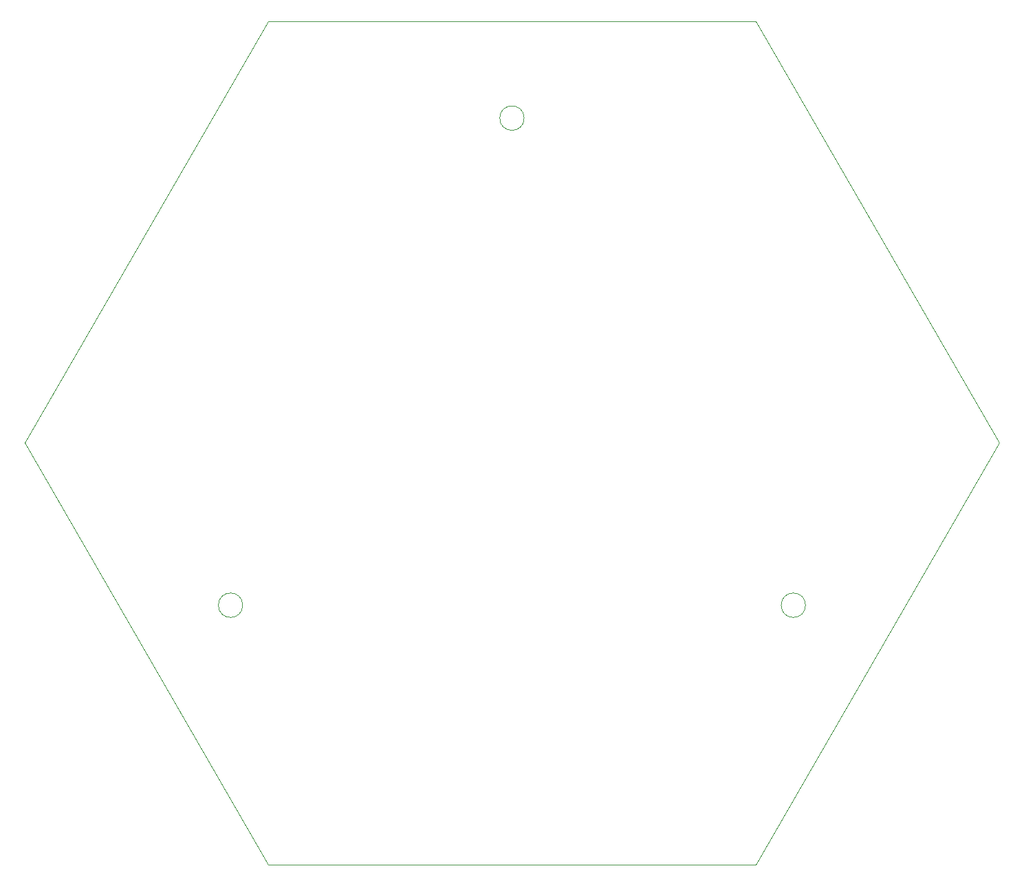
<source format=gbr>
G04 #@! TF.GenerationSoftware,KiCad,Pcbnew,(5.1.5)-3*
G04 #@! TF.CreationDate,2020-04-11T17:23:27+08:00*
G04 #@! TF.ProjectId,Misaka,4d697361-6b61-42e6-9b69-6361645f7063,rev?*
G04 #@! TF.SameCoordinates,Original*
G04 #@! TF.FileFunction,Profile,NP*
%FSLAX46Y46*%
G04 Gerber Fmt 4.6, Leading zero omitted, Abs format (unit mm)*
G04 Created by KiCad (PCBNEW (5.1.5)-3) date 2020-04-11 17:23:27*
%MOMM*%
%LPD*%
G04 APERTURE LIST*
%ADD10C,0.050000*%
G04 APERTURE END LIST*
D10*
X45000000Y-23038475D02*
X105000000Y-23038475D01*
X14999999Y-74999999D02*
X45000000Y-23038475D01*
X44999999Y-126961524D02*
X14999999Y-74999999D01*
X104999999Y-126961524D02*
X44999999Y-126961524D01*
X135000000Y-75000000D02*
X104999999Y-126961524D01*
X105000000Y-23038475D02*
X135000000Y-75000000D01*
X111141016Y-95000000D02*
G75*
G03X111141016Y-95000000I-1500000J0D01*
G01*
X41858983Y-95000000D02*
G75*
G03X41858983Y-95000000I-1500000J0D01*
G01*
X76500000Y-35000000D02*
G75*
G03X76500000Y-35000000I-1500000J0D01*
G01*
M02*

</source>
